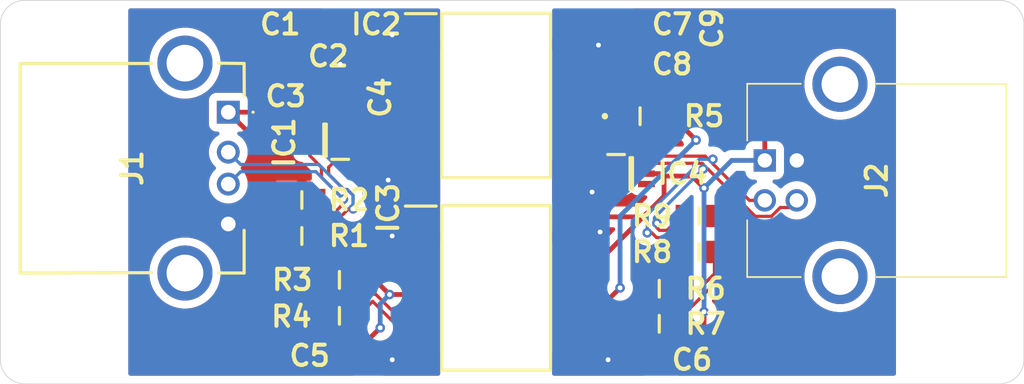
<source format=kicad_pcb>
(kicad_pcb (version 20241229) (generator "pcbnew") (generator_version "9.0")
  (layers (0 "F.Cu" signal) (2 "B.Cu" signal) (13 "F.Paste" user) (15 "B.Paste" user) (5 "F.SilkS" user "F.Silkscreen") (7 "B.SilkS" user "B.Silkscreen") (1 "F.Mask" user) (3 "B.Mask" user) (25 "Edge.Cuts" user))
  (net 0 "")
  (net 1 "+5V")
  (net 2 "GND_A")
  (net 3 "GND_B")
  (net 4 "VISO")
  (net 12 "Net-(IC3-PIN)")
  (net 19 "/USB_+_11")
  (net 20 "/USB_+_13")
  (net 21 "/USB_-_13")
  (net 22 "/USB_-_12")
  (net 23 "/USB_+_12")
  (net 24 "/USB_+_23")
  (net 25 "/USB_-_23")
  (net 26 "/USB_+_21")
  (net 27 "/USB_-_21")
  (net 28 "/USB_-_22")
  (net 29 "/USB_+_22")
  (net 30 "/USB_-_11")
  (footprint "SamacSys_Parts:RESC2012X60N" (layer "F.Cu") (at 140.2 85.25)
    (property "Reference" "R7" (at 2.9 0 0) (layer "F.SilkS") (effects (font (size 1.27 1.27) (thickness 0.254))))
    (property "Value" "RT0805FRE0724RL" (hide yes))
    (fp_line (start 0 -0.525) (end 0 0.525) (stroke (width 0.2)) (layer "F.SilkS"))
    (pad "1" smd rect (at -0.95 0) (size 0.95 1.4) (layers "F.Cu" "F.Mask" "F.Paste") (net 24 "/USB_+_23"))
    (pad "2" smd rect (at 0.95 0) (size 0.95 1.4) (layers "F.Cu" "F.Mask" "F.Paste") (net 29 "/USB_+_22"))
  )
  (footprint "SamacSys_Parts:CAPC2012X145N" (layer "F.Cu") (at 121.17 87.25 180)
    (property "Reference" "C5" (at 2.83 0 0) (layer "F.SilkS") (effects (font (size 1.27 1.27) (thickness 0.254))))
    (property "Value" "GRM21BR71H104KA01L" (hide yes))
    (pad "1" smd rect (at -0.83 0 180) (size 0.97 1.47) (layers "F.Cu" "F.Mask" "F.Paste") (net 1 "+5V"))
    (pad "2" smd rect (at 0.83 0 180) (size 0.97 1.47) (layers "F.Cu" "F.Mask" "F.Paste") (net 2 "GND_A"))
  )
  (footprint "SamacSys_Parts:RESC2012X70N" (layer "F.Cu") (at 142.7 80.75 180)
    (property "Reference" "R8" (at 2.95 0 0) (layer "F.SilkS") (effects (font (size 1.27 1.27) (thickness 0.254))))
    (property "Value" "ERJ-6GEY0R00V" (hide yes))
    (fp_line (start 0 -0.525) (end 0 0.525) (stroke (width 0.2)) (layer "F.SilkS"))
    (pad "1" smd rect (at -0.95 0 180) (size 1.05 1.4) (layers "F.Cu" "F.Mask" "F.Paste") (net 28 "/USB_-_22"))
    (pad "2" smd rect (at 0.95 0 180) (size 1.05 1.4) (layers "F.Cu" "F.Mask" "F.Paste") (net 27 "/USB_-_21"))
  )
  (footprint "SamacSys_Parts:CAPC2012X145N" (layer "F.Cu") (at 138.33 66.5)
    (property "Reference" "C7" (at 2.67 0 0) (layer "F.SilkS") (effects (font (size 1.27 1.27) (thickness 0.254))))
    (property "Value" "GRM21BR71H104KA01L" (hide yes))
    (pad "1" smd rect (at -0.83 0) (size 0.97 1.47) (layers "F.Cu" "F.Mask" "F.Paste") (net 4 "VISO"))
    (pad "2" smd rect (at 0.83 0) (size 0.97 1.47) (layers "F.Cu" "F.Mask" "F.Paste") (net 3 "GND_B"))
  )
  (footprint "SamacSys_Parts:CAPC2012X145N" (layer "F.Cu") (at 138.33 69)
    (property "Reference" "C8" (at 2.67 0 0) (layer "F.SilkS") (effects (font (size 1.27 1.27) (thickness 0.254))))
    (property "Value" "GRM21BR61C106KE15L" (hide yes))
    (pad "1" smd rect (at -0.83 0) (size 0.97 1.47) (layers "F.Cu" "F.Mask" "F.Paste") (net 4 "VISO"))
    (pad "2" smd rect (at 0.83 0) (size 0.97 1.47) (layers "F.Cu" "F.Mask" "F.Paste") (net 3 "GND_B"))
  )
  (footprint "SamacSys_Parts:RESC2012X70N" (layer "F.Cu") (at 117.85 77.5 180)
    (property "Reference" "R2" (at -2.95 0 0) (layer "F.SilkS") (effects (font (size 1.27 1.27) (thickness 0.254))))
    (property "Value" "ERJ-6GEY0R00V" (hide yes))
    (fp_line (start 0 -0.525) (end 0 0.525) (stroke (width 0.2)) (layer "F.SilkS"))
    (pad "1" smd rect (at -0.95 0 180) (size 1.05 1.4) (layers "F.Cu" "F.Mask" "F.Paste") (net 19 "/USB_+_11"))
    (pad "2" smd rect (at 0.95 0 180) (size 1.05 1.4) (layers "F.Cu" "F.Mask" "F.Paste") (net 23 "/USB_+_12"))
  )
  (footprint "SamacSys_Parts:RESC2012X70N" (layer "F.Cu") (at 117.85 79.75 180)
    (property "Reference" "R1" (at -2.95 0 0) (layer "F.SilkS") (effects (font (size 1.27 1.27) (thickness 0.254))))
    (property "Value" "ERJ-6GEY0R00V" (hide yes))
    (fp_line (start 0 -0.525) (end 0 0.525) (stroke (width 0.2)) (layer "F.SilkS"))
    (pad "1" smd rect (at -0.95 0 180) (size 1.05 1.4) (layers "F.Cu" "F.Mask" "F.Paste") (net 30 "/USB_-_11"))
    (pad "2" smd rect (at 0.95 0 180) (size 1.05 1.4) (layers "F.Cu" "F.Mask" "F.Paste") (net 22 "/USB_-_12"))
  )
  (footprint "SamacSys_Parts:SOIC127P1032X265-16N" (layer "F.Cu") (at 130 83)
    (property "Reference" "IC3" (at -6.75 -5 90) (layer "F.SilkS") (effects (font (size 1.27 1.27) (thickness 0.254))))
    (property "Value" "ADUM3160BRWZ" (hide yes))
    (fp_line (start -5.675 -5.12) (end -3.75 -5.12) (stroke (width 0.2)) (layer "F.SilkS"))
    (fp_line (start -3.4 -5.15) (end 3.4 -5.15) (stroke (width 0.2)) (layer "F.SilkS"))
    (fp_line (start -3.4 5.15) (end -3.4 -5.15) (stroke (width 0.2)) (layer "F.SilkS"))
    (fp_line (start 3.4 -5.15) (end 3.4 5.15) (stroke (width 0.2)) (layer "F.SilkS"))
    (fp_line (start 3.4 5.15) (end -3.4 5.15) (stroke (width 0.2)) (layer "F.SilkS"))
    (pad "1" smd rect (at -4.712 -4.445 90) (size 0.65 1.925) (layers "F.Cu" "F.Mask" "F.Paste") (net 1 "+5V"))
    (pad "2" smd rect (at -4.712 -3.175 90) (size 0.65 1.925) (layers "F.Cu" "F.Mask" "F.Paste") (net 2 "GND_A"))
    (pad "3" smd rect (at -4.712 -1.905 90) (size 0.65 1.925) (layers "F.Cu" "F.Mask" "F.Paste") (net 1 "+5V"))
    (pad "4" smd rect (at -4.712 -0.635 90) (size 0.65 1.925) (layers "F.Cu" "F.Mask" "F.Paste") (net 1 "+5V"))
    (pad "5" smd rect (at -4.712 0.635 90) (size 0.65 1.925) (layers "F.Cu" "F.Mask" "F.Paste") (net 1 "+5V"))
    (pad "6" smd rect (at -4.712 1.905 90) (size 0.65 1.925) (layers "F.Cu" "F.Mask" "F.Paste") (net 21 "/USB_-_13"))
    (pad "7" smd rect (at -4.712 3.175 90) (size 0.65 1.925) (layers "F.Cu" "F.Mask" "F.Paste") (net 20 "/USB_+_13"))
    (pad "8" smd rect (at -4.712 4.445 90) (size 0.65 1.925) (layers "F.Cu" "F.Mask" "F.Paste") (net 2 "GND_A"))
    (pad "9" smd rect (at 4.712 4.445 90) (size 0.65 1.925) (layers "F.Cu" "F.Mask" "F.Paste") (net 3 "GND_B"))
    (pad "10" smd rect (at 4.712 3.175 90) (size 0.65 1.925) (layers "F.Cu" "F.Mask" "F.Paste") (net 24 "/USB_+_23"))
    (pad "11" smd rect (at 4.712 1.905 90) (size 0.65 1.925) (layers "F.Cu" "F.Mask" "F.Paste") (net 25 "/USB_-_23"))
    (pad "12" smd rect (at 4.712 0.635 90) (size 0.65 1.925) (layers "F.Cu" "F.Mask" "F.Paste") (net 12 "Net-(IC3-PIN)"))
    (pad "13" smd rect (at 4.712 -0.635 90) (size 0.65 1.925) (layers "F.Cu" "F.Mask" "F.Paste") (net 4 "VISO"))
    (pad "14" smd rect (at 4.712 -1.905 90) (size 0.65 1.925) (layers "F.Cu" "F.Mask" "F.Paste") (net 4 "VISO"))
    (pad "15" smd rect (at 4.712 -3.175 90) (size 0.65 1.925) (layers "F.Cu" "F.Mask" "F.Paste") (net 3 "GND_B"))
    (pad "16" smd rect (at 4.712 -4.445 90) (size 0.65 1.925) (layers "F.Cu" "F.Mask" "F.Paste") (net 4 "VISO"))
  )
  (footprint "SamacSys_Parts:SOT65P210X110-6N" (layer "F.Cu") (at 119.3 73.75 180)
    (property "Reference" "IC1" (at 2.55 -0.15 90) (layer "F.SilkS") (effects (font (size 1.27 1.27) (thickness 0.254))))
    (property "Value" "NUP2202W1T2G" (hide yes))
    (fp_line (start 0.075 1) (end -0.075 1) (stroke (width 0.2)) (layer "F.SilkS"))
    (fp_line (start 0.075 -1) (end 0.075 1) (stroke (width 0.2)) (layer "F.SilkS"))
    (fp_line (start -0.075 1) (end -0.075 -1) (stroke (width 0.2)) (layer "F.SilkS"))
    (fp_line (start -0.075 -1) (end 0.075 -1) (stroke (width 0.2)) (layer "F.SilkS"))
    (fp_line (start -1.475 -1.2) (end -0.425 -1.2) (stroke (width 0.2)) (layer "F.SilkS"))
    (pad "1" smd rect (at -0.95 -0.65 270) (size 0.4 1.05) (layers "F.Cu" "F.Mask" "F.Paste") (net 30 "/USB_-_11"))
    (pad "2" smd rect (at -0.95 0 270) (size 0.4 1.05) (layers "F.Cu" "F.Mask" "F.Paste") (net 2 "GND_A"))
    (pad "3" smd rect (at -0.95 0.65 270) (size 0.4 1.05) (layers "F.Cu" "F.Mask" "F.Paste"))
    (pad "4" smd rect (at 0.95 0.65 270) (size 0.4 1.05) (layers "F.Cu" "F.Mask" "F.Paste"))
    (pad "5" smd rect (at 0.95 0 270) (size 0.4 1.05) (layers "F.Cu" "F.Mask" "F.Paste") (net 1 "+5V"))
    (pad "6" smd rect (at 0.95 -0.65 270) (size 0.4 1.05) (layers "F.Cu" "F.Mask" "F.Paste") (net 19 "/USB_+_11"))
  )
  (footprint "SamacSys_Parts:RESC2012X70N" (layer "F.Cu") (at 142.7 78.5 180)
    (property "Reference" "R9" (at 2.95 0 0) (layer "F.SilkS") (effects (font (size 1.27 1.27) (thickness 0.254))))
    (property "Value" "ERJ-6GEY0R00V" (hide yes))
    (fp_line (start 0 -0.525) (end 0 0.525) (stroke (width 0.2)) (layer "F.SilkS"))
    (pad "1" smd rect (at -0.95 0 180) (size 1.05 1.4) (layers "F.Cu" "F.Mask" "F.Paste") (net 29 "/USB_+_22"))
    (pad "2" smd rect (at 0.95 0 180) (size 1.05 1.4) (layers "F.Cu" "F.Mask" "F.Paste") (net 26 "/USB_+_21"))
  )
  (footprint "SamacSys_Parts:RESC2012X60N" (layer "F.Cu") (at 120.2 84.75)
    (property "Reference" "R4" (at -3 0.05 0) (layer "F.SilkS") (effects (font (size 1.27 1.27) (thickness 0.254))))
    (property "Value" "RT0805FRE0724RL" (hide yes))
    (fp_line (start 0 -0.525) (end 0 0.525) (stroke (width 0.2)) (layer "F.SilkS"))
    (pad "1" smd rect (at -0.95 0) (size 0.95 1.4) (layers "F.Cu" "F.Mask" "F.Paste") (net 23 "/USB_+_12"))
    (pad "2" smd rect (at 0.95 0) (size 0.95 1.4) (layers "F.Cu" "F.Mask" "F.Paste") (net 20 "/USB_+_13"))
  )
  (footprint "SamacSys_Parts:CAPC2012X145N" (layer "F.Cu") (at 122.75 74.08 -90)
    (property "Reference" "C4" (at -3 0 90) (layer "F.SilkS") (effects (font (size 1.27 1.27) (thickness 0.254))))
    (property "Value" "GRM21BR71H104KA01L" (hide yes))
    (pad "1" smd rect (at -0.83 0 270) (size 0.97 1.47) (layers "F.Cu" "F.Mask" "F.Paste") (net 1 "+5V"))
    (pad "2" smd rect (at 0.83 0 270) (size 0.97 1.47) (layers "F.Cu" "F.Mask" "F.Paste") (net 2 "GND_A"))
  )
  (footprint "SamacSys_Parts:CAPC2012X145N" (layer "F.Cu") (at 119.33 66.5 180)
    (property "Reference" "C1" (at 2.83 0 180) (layer "F.SilkS") (effects (font (size 1.27 1.27) (thickness 0.254))))
    (property "Value" "GRM21BR61C106KE15L" (hide yes))
    (pad "1" smd rect (at -0.83 0 180) (size 0.97 1.47) (layers "F.Cu" "F.Mask" "F.Paste") (net 1 "+5V"))
    (pad "2" smd rect (at 0.83 0 180) (size 0.97 1.47) (layers "F.Cu" "F.Mask" "F.Paste") (net 2 "GND_A"))
  )
  (footprint "SamacSys_Parts:USBBSFBTHR" (layer "F.Cu") (at 146.8 75.02 90)
    (property "Reference" "J2" (at -1.25 7 90) (layer "F.SilkS") (effects (font (size 1.27 1.27) (thickness 0.254))))
    (property "Value" "USB-B-S-F-B-TH-R" (hide yes))
    (fp_line (start 4.8 -1.1) (end 4.8 -1.1) (stroke (width 0.1)) (layer "F.SilkS"))
    (fp_line (start 4.8 -1.1) (end 4.8 -1.1) (stroke (width 0.1)) (layer "F.SilkS"))
    (fp_line (start 4.8 -1.1) (end 1.25 -1.1) (stroke (width 0.1)) (layer "F.SilkS"))
    (fp_line (start 4.8 -1.1) (end 4.8 2.25) (stroke (width 0.1)) (layer "F.SilkS"))
    (fp_line (start 1.25 -1.1) (end 4.8 -1.1) (stroke (width 0.1)) (layer "F.SilkS"))
    (fp_line (start 1.25 -1.1) (end 1.25 -1.1) (stroke (width 0.1)) (layer "F.SilkS"))
    (fp_line (start -3.75 -1.1) (end -3.75 -1.1) (stroke (width 0.1)) (layer "F.SilkS"))
    (fp_line (start -3.75 -1.1) (end -7.3 -1.1) (stroke (width 0.1)) (layer "F.SilkS"))
    (fp_line (start -7.3 -1.1) (end -3.75 -1.1) (stroke (width 0.1)) (layer "F.SilkS"))
    (fp_line (start -7.3 -1.1) (end -7.3 -1.1) (stroke (width 0.1)) (layer "F.SilkS"))
    (fp_line (start -7.3 -1.1) (end -7.3 -1.1) (stroke (width 0.1)) (layer "F.SilkS"))
    (fp_line (start -7.3 -1.1) (end -7.3 2.25) (stroke (width 0.1)) (layer "F.SilkS"))
    (fp_line (start 4.8 2.25) (end 4.8 -1.1) (stroke (width 0.1)) (layer "F.SilkS"))
    (fp_line (start 4.8 2.25) (end 4.8 2.25) (stroke (width 0.1)) (layer "F.SilkS"))
    (fp_line (start -7.3 2.25) (end -7.3 -1.1) (stroke (width 0.1)) (layer "F.SilkS"))
    (fp_line (start -7.3 2.25) (end -7.3 2.25) (stroke (width 0.1)) (layer "F.SilkS"))
    (fp_line (start 4.8 7) (end 4.8 7) (stroke (width 0.1)) (layer "F.SilkS"))
    (fp_line (start 4.8 7) (end 4.8 15.1) (stroke (width 0.1)) (layer "F.SilkS"))
    (fp_line (start -7.3 7) (end -7.3 7) (stroke (width 0.1)) (layer "F.SilkS"))
    (fp_line (start -7.3 7) (end -7.3 15.1) (stroke (width 0.1)) (layer "F.SilkS"))
    (fp_line (start 4.8 15.1) (end 4.8 7) (stroke (width 0.1)) (layer "F.SilkS"))
    (fp_line (start 4.8 15.1) (end 4.8 15.1) (stroke (width 0.1)) (layer "F.SilkS"))
    (fp_line (start 4.8 15.1) (end 4.8 15.1) (stroke (width 0.1)) (layer "F.SilkS"))
    (fp_line (start 4.8 15.1) (end -7.3 15.1) (stroke (width 0.1)) (layer "F.SilkS"))
    (fp_line (start -7.3 15.1) (end -7.3 7) (stroke (width 0.1)) (layer "F.SilkS"))
    (fp_line (start -7.3 15.1) (end 4.8 15.1) (stroke (width 0.1)) (layer "F.SilkS"))
    (fp_line (start -7.3 15.1) (end -7.3 15.1) (stroke (width 0.1)) (layer "F.SilkS"))
    (fp_line (start -7.3 15.1) (end -7.3 15.1) (stroke (width 0.1)) (layer "F.SilkS"))
    (pad "1" thru_hole rect (at 0 0 90) (size 1.4 1.4) (drill 0.9) (layers "*.Cu" "*.Mask") (net 4 "VISO"))
    (pad "2" thru_hole circle (at -2.5 0 90) (size 1.4 1.4) (drill 0.9) (layers "*.Cu" "*.Mask") (net 27 "/USB_-_21"))
    (pad "3" thru_hole circle (at -2.5 2 90) (size 1.4 1.4) (drill 0.9) (layers "*.Cu" "*.Mask") (net 26 "/USB_+_21"))
    (pad "4" thru_hole circle (at 0 2 90) (size 1.4 1.4) (drill 0.9) (layers "*.Cu" "*.Mask") (net 3 "GND_B"))
    (pad "MH1" thru_hole circle (at 4.77 4.7 90) (size 3.45 3.45) (drill 2.3) (layers "*.Cu" "*.Mask"))
    (pad "MH2" thru_hole circle (at -7.27 4.7 90) (size 3.45 3.45) (drill 2.3) (layers "*.Cu" "*.Mask"))
  )
  (footprint "SamacSys_Parts:875200010BLF" (layer "F.Cu") (at 113.25 72 -90)
    (property "Reference" "J1" (at 3.5 6.005 90) (layer "F.SilkS") (effects (font (size 1.27 1.27) (thickness 0.254))))
    (property "Value" "87520-0010BLF" (hide yes))
    (fp_line (start -3.05 13.01) (end -3.05 4.8) (stroke (width 0.2)) (layer "F.SilkS"))
    (fp_line (start 10.07 13.01) (end -3.05 13.01) (stroke (width 0.2)) (layer "F.SilkS"))
    (fp_line (start 10.05 4.8) (end 10.07 13.01) (stroke (width 0.2)) (layer "F.SilkS"))
    (fp_line (start -3.07 0.6) (end -3.05 -0.99) (stroke (width 0.2)) (layer "F.SilkS"))
    (fp_line (start -3.05 -0.99) (end -1 -1) (stroke (width 0.2)) (layer "F.SilkS"))
    (fp_line (start 7.4 -0.99) (end 10.07 -0.99) (stroke (width 0.2)) (layer "F.SilkS"))
    (fp_line (start 10.07 -0.99) (end 10.07 0.6) (stroke (width 0.2)) (layer "F.SilkS"))
    (fp_line (start 0 -1.5) (end 0 -1.5) (stroke (width 0.1)) (layer "F.SilkS"))
    (fp_line (start 0 -1.6) (end 0 -1.6) (stroke (width 0.1)) (layer "F.SilkS"))
    (fp_arc (start 0 -1.5) (mid -0.05 -1.55) (end 0 -1.6) (stroke (width 0.1)) (layer "F.SilkS"))
    (fp_arc (start 0 -1.6) (mid 0.05 -1.55) (end 0 -1.5) (stroke (width 0.1)) (layer "F.SilkS"))
    (pad "1" thru_hole rect (at 0 0 270) (size 1.431 1.431) (drill 0.92) (layers "*.Cu" "*.Mask") (net 1 "+5V"))
    (pad "2" thru_hole circle (at 2.5 0 270) (size 1.431 1.431) (drill 0.92) (layers "*.Cu" "*.Mask") (net 30 "/USB_-_11"))
    (pad "3" thru_hole circle (at 4.5 0 270) (size 1.431 1.431) (drill 0.92) (layers "*.Cu" "*.Mask") (net 19 "/USB_+_11"))
    (pad "4" thru_hole circle (at 7 0 270) (size 1.431 1.431) (drill 0.92) (layers "*.Cu" "*.Mask") (net 2 "GND_A"))
    (pad "MH1" thru_hole circle (at -3.07 2.71 270) (size 3.45 3.45) (drill 2.3) (layers "*.Cu" "*.Mask"))
    (pad "MH2" thru_hole circle (at 10.07 2.71 270) (size 3.45 3.45) (drill 2.3) (layers "*.Cu" "*.Mask"))
  )
  (footprint "SamacSys_Parts:CAPC2012X145N" (layer "F.Cu") (at 139.5 87.5 180)
    (property "Reference" "C6" (at -2.75 0 0) (layer "F.SilkS") (effects (font (size 1.27 1.27) (thickness 0.254))))
    (property "Value" "GRM21BR71H104KA01L" (hide yes))
    (pad "1" smd rect (at -0.83 0 180) (size 0.97 1.47) (layers "F.Cu" "F.Mask" "F.Paste") (net 4 "VISO"))
    (pad "2" smd rect (at 0.83 0 180) (size 0.97 1.47) (layers "F.Cu" "F.Mask" "F.Paste") (net 3 "GND_B"))
  )
  (footprint "SamacSys_Parts:CAPC2012X145N" (layer "F.Cu") (at 119.67 71 180)
    (property "Reference" "C3" (at 2.83 0 0) (layer "F.SilkS") (effects (font (size 1.27 1.27) (thickness 0.254))))
    (property "Value" "GRM21BR71H104KA01L" (hide yes))
    (pad "1" smd rect (at -0.83 0 180) (size 0.97 1.47) (layers "F.Cu" "F.Mask" "F.Paste") (net 1 "+5V"))
    (pad "2" smd rect (at 0.83 0 180) (size 0.97 1.47) (layers "F.Cu" "F.Mask" "F.Paste") (net 2 "GND_A"))
  )
  (footprint "SamacSys_Parts:SOIC127P1032X265-16N" (layer "F.Cu") (at 130 70.95)
    (property "Reference" "IC2" (at -7.5 -4.45 0) (layer "F.SilkS") (effects (font (size 1.27 1.27) (thickness 0.254))))
    (property "Value" "ADUM5000ARWZ" (hide yes))
    (fp_line (start -5.675 -5.12) (end -3.75 -5.12) (stroke (width 0.2)) (layer "F.SilkS"))
    (fp_line (start -3.4 -5.15) (end 3.4 -5.15) (stroke (width 0.2)) (layer "F.SilkS"))
    (fp_line (start -3.4 5.15) (end -3.4 -5.15) (stroke (width 0.2)) (layer "F.SilkS"))
    (fp_line (start 3.4 -5.15) (end 3.4 5.15) (stroke (width 0.2)) (layer "F.SilkS"))
    (fp_line (start 3.4 5.15) (end -3.4 5.15) (stroke (width 0.2)) (layer "F.SilkS"))
    (pad "1" smd rect (at -4.712 -4.445 90) (size 0.65 1.925) (layers "F.Cu" "F.Mask" "F.Paste") (net 1 "+5V"))
    (pad "2" smd rect (at -4.712 -3.175 90) (size 0.65 1.925) (layers "F.Cu" "F.Mask" "F.Paste") (net 2 "GND_A"))
    (pad "3" smd rect (at -4.712 -1.905 90) (size 0.65 1.925) (layers "F.Cu" "F.Mask" "F.Paste"))
    (pad "4" smd rect (at -4.712 -0.635 90) (size 0.65 1.925) (layers "F.Cu" "F.Mask" "F.Paste"))
    (pad "5" smd rect (at -4.712 0.635 90) (size 0.65 1.925) (layers "F.Cu" "F.Mask" "F.Paste"))
    (pad "6" smd rect (at -4.712 1.905 90) (size 0.65 1.925) (layers "F.Cu" "F.Mask" "F.Paste") (net 1 "+5V"))
    (pad "7" smd rect (at -4.712 3.175 90) (size 0.65 1.925) (layers "F.Cu" "F.Mask" "F.Paste") (net 1 "+5V"))
    (pad "8" smd rect (at -4.712 4.445 90) (size 0.65 1.925) (layers "F.Cu" "F.Mask" "F.Paste") (net 2 "GND_A"))
    (pad "9" smd rect (at 4.712 4.445 90) (size 0.65 1.925) (layers "F.Cu" "F.Mask" "F.Paste") (net 3 "GND_B"))
    (pad "10" smd rect (at 4.712 3.175 90) (size 0.65 1.925) (layers "F.Cu" "F.Mask" "F.Paste") (net 4 "VISO"))
    (pad "11" smd rect (at 4.712 1.905 90) (size 0.65 1.925) (layers "F.Cu" "F.Mask" "F.Paste") (net 4 "VISO"))
    (pad "12" smd rect (at 4.712 0.635 90) (size 0.65 1.925) (layers "F.Cu" "F.Mask" "F.Paste"))
    (pad "13" smd rect (at 4.712 -0.635 90) (size 0.65 1.925) (layers "F.Cu" "F.Mask" "F.Paste") (net 4 "VISO"))
    (pad "14" smd rect (at 4.712 -1.905 90) (size 0.65 1.925) (layers "F.Cu" "F.Mask" "F.Paste"))
    (pad "15" smd rect (at 4.712 -3.175 90) (size 0.65 1.925) (layers "F.Cu" "F.Mask" "F.Paste") (net 3 "GND_B"))
    (pad "16" smd rect (at 4.712 -4.445 90) (size 0.65 1.925) (layers "F.Cu" "F.Mask" "F.Paste") (net 4 "VISO"))
  )
  (footprint "SamacSys_Parts:CAPC2012X145N" (layer "F.Cu") (at 143.5 69.42 90)
    (property "Reference" "C9" (at 2.67 0 90) (layer "F.SilkS") (effects (font (size 1.27 1.27) (thickness 0.254))))
    (property "Value" "GRM21BR71H104KA01L" (hide yes))
    (pad "1" smd rect (at -0.83 0 90) (size 0.97 1.47) (layers "F.Cu" "F.Mask" "F.Paste") (net 4 "VISO"))
    (pad "2" smd rect (at 0.83 0 90) (size 0.97 1.47) (layers "F.Cu" "F.Mask" "F.Paste") (net 3 "GND_B"))
  )
  (footprint "SamacSys_Parts:ERJ6ENF1000V" (layer "F.Cu") (at 139 72.25)
    (property "Reference" "R5" (at 4 0 0) (layer "F.SilkS") (effects (font (size 1.27 1.27) (thickness 0.254))))
    (property "Value" "ERJ-6ENF1002V" (hide yes))
    (fp_line (start -2.2 -0.1) (end -2.2 -0.1) (stroke (width 0.2)) (layer "F.SilkS"))
    (fp_line (start -2.2 0.1) (end -2.2 0.1) (stroke (width 0.2)) (layer "F.SilkS"))
    (fp_line (start 0 -0.525) (end 0 0.525) (stroke (width 0.2)) (layer "F.SilkS"))
    (fp_arc (start -2.2 -0.1) (mid -2.1 0) (end -2.2 0.1) (stroke (width 0.2)) (layer "F.SilkS"))
    (fp_arc (start -2.2 0.1) (mid -2.3 0) (end -2.2 -0.1) (stroke (width 0.2)) (layer "F.SilkS"))
    (pad "1" smd rect (at -1.175 0) (size 1.15 1.15) (layers "F.Cu" "F.Mask" "F.Paste") (net 4 "VISO"))
    (pad "2" smd rect (at 1.175 0) (size 1.15 1.15) (layers "F.Cu" "F.Mask" "F.Paste") (net 12 "Net-(IC3-PIN)"))
  )
  (footprint "SamacSys_Parts:RESC2012X60N" (layer "F.Cu") (at 140.2 83.05)
    (property "Reference" "R6" (at 2.9 0 0) (layer "F.SilkS") (effects (font (size 1.27 1.27) (thickness 0.254))))
    (property "Value" "RT0805FRE0724RL" (hide yes))
    (fp_line (start 0 -0.525) (end 0 0.525) (stroke (width 0.2)) (layer "F.SilkS"))
    (pad "1" smd rect (at -0.95 0) (size 0.95 1.4) (layers "F.Cu" "F.Mask" "F.Paste") (net 25 "/USB_-_23"))
    (pad "2" smd rect (at 0.95 0) (size 0.95 1.4) (layers "F.Cu" "F.Mask" "F.Paste") (net 28 "/USB_-_22"))
  )
  (footprint "SamacSys_Parts:RESC2012X60N" (layer "F.Cu") (at 120.2 82.5)
    (property "Reference" "R3" (at -2.95 0 0) (layer "F.SilkS") (effects (font (size 1.27 1.27) (thickness 0.254))))
    (property "Value" "RT0805FRE0724RL" (hide yes))
    (fp_line (start 0 -0.525) (end 0 0.525) (stroke (width 0.2)) (layer "F.SilkS"))
    (pad "1" smd rect (at -0.95 0) (size 0.95 1.4) (layers "F.Cu" "F.Mask" "F.Paste") (net 22 "/USB_-_12"))
    (pad "2" smd rect (at 0.95 0) (size 0.95 1.4) (layers "F.Cu" "F.Mask" "F.Paste") (net 21 "/USB_-_13"))
  )
  (footprint "SamacSys_Parts:SOT65P210X110-6N" (layer "F.Cu") (at 138.45 75.85)
    (property "Reference" "IC4" (at 3.2 0 0) (layer "F.SilkS") (effects (font (size 1.27 1.27) (thickness 0.254))))
    (property "Value" "NUP2202W1T2G" (hide yes))
    (fp_line (start -1.475 -1.2) (end -0.425 -1.2) (stroke (width 0.2)) (layer "F.SilkS"))
    (fp_line (start -0.075 -1) (end 0.075 -1) (stroke (width 0.2)) (layer "F.SilkS"))
    (fp_line (start -0.075 1) (end -0.075 -1) (stroke (width 0.2)) (layer "F.SilkS"))
    (fp_line (start 0.075 -1) (end 0.075 1) (stroke (width 0.2)) (layer "F.SilkS"))
    (fp_line (start 0.075 1) (end -0.075 1) (stroke (width 0.2)) (layer "F.SilkS"))
    (pad "1" smd rect (at -0.95 -0.65 90) (size 0.4 1.05) (layers "F.Cu" "F.Mask" "F.Paste") (net 27 "/USB_-_21"))
    (pad "2" smd rect (at -0.95 0 90) (size 0.4 1.05) (layers "F.Cu" "F.Mask" "F.Paste") (net 3 "GND_B"))
    (pad "3" smd rect (at -0.95 0.65 90) (size 0.4 1.05) (layers "F.Cu" "F.Mask" "F.Paste"))
    (pad "4" smd rect (at 0.95 0.65 90) (size 0.4 1.05) (layers "F.Cu" "F.Mask" "F.Paste"))
    (pad "5" smd rect (at 0.95 0 90) (size 0.4 1.05) (layers "F.Cu" "F.Mask" "F.Paste") (net 4 "VISO"))
    (pad "6" smd rect (at 0.95 -0.65 90) (size 0.4 1.05) (layers "F.Cu" "F.Mask" "F.Paste") (net 26 "/USB_+_21"))
  )
  (footprint "SamacSys_Parts:CAPC2012X145N" (layer "F.Cu") (at 122.33 68.5 180)
    (property "Reference" "C2" (at 2.83 0 180) (layer "F.SilkS") (effects (font (size 1.27 1.27) (thickness 0.254))))
    (property "Value" "GRM21BR71H104KA01L" (hide yes))
    (pad "1" smd rect (at -0.83 0 180) (size 0.97 1.47) (layers "F.Cu" "F.Mask" "F.Paste") (net 1 "+5V"))
    (pad "2" smd rect (at 0.83 0 180) (size 0.97 1.47) (layers "F.Cu" "F.Mask" "F.Paste") (net 2 "GND_A"))
  )
  (gr_arc (start 99 66.5) (mid 99.43934 65.43934) (end 100.5 65) (stroke (width 0.05)) (layer "Edge.Cuts"))
  (gr_arc (start 163 87.5) (mid 162.56066 88.56066) (end 161.5 89) (stroke (width 0.05)) (layer "Edge.Cuts"))
  (gr_line (start 100.5 65) (end 161.5 65) (stroke (width 0.05)) (layer "Edge.Cuts"))
  (gr_line (start 99 87.5) (end 99 66.5) (stroke (width 0.05)) (layer "Edge.Cuts"))
  (gr_line (start 161.5 89) (end 100.5 89) (stroke (width 0.05)) (layer "Edge.Cuts"))
  (gr_arc (start 161.5 65) (mid 162.56066 65.43934) (end 163 66.5) (stroke (width 0.05)) (layer "Edge.Cuts"))
  (gr_line (start 163 66.5) (end 163 87.5) (stroke (width 0.05)) (layer "Edge.Cuts"))
  (gr_arc (start 100.5 89) (mid 99.43934 88.56066) (end 99 87.5) (stroke (width 0.05)) (layer "Edge.Cuts"))
  (segment (start 122.75 73.25) (end 124.893 73.25) (width 0.3) (layer "F.Cu") (net 1))
  (segment (start 125.288 66.505) (end 121.005 66.505) (width 0.3) (layer "F.Cu") (net 1))
  (segment (start 123.16 68.25) (end 121.41 66.5) (width 0.3) (layer "F.Cu") (net 1))
  (segment (start 122.75 73.25) (end 120.5 71) (width 0.3) (layer "F.Cu") (net 1))
  (segment (start 123.16 69.125) (end 123.16 68.5) (width 0.3) (layer "F.Cu") (net 1))
  (segment (start 125.288 82.365) (end 125.288 81.095) (width 0.3) (layer "F.Cu") (net 1))
  (segment (start 121 66.5) (end 120.16 66.5) (width 0.3) (layer "F.Cu") (net 1))
  (segment (start 121.41 66.5) (end 121 66.5) (width 0.3) (layer "F.Cu") (net 1))
  (segment (start 123.333364 83.416636) (end 125.069636 83.416636) (width 0.3) (layer "F.Cu") (net 1))
  (segment (start 118.35 73.75) (end 115 73.75) (width 0.3) (layer "F.Cu") (net 1))
  (segment (start 122.5 73.25) (end 122.75 73.25) (width 0.3) (layer "F.Cu") (net 1))
  (segment (start 125.288 78.555) (end 124.055 78.555) (width 0.3) (layer "F.Cu") (net 1))
  (segment (start 122.75 77.25) (end 121.5 76) (width 0.3) (layer "F.Cu") (net 1))
  (segment (start 122.75 82.833272) (end 122.75 77.25) (width 0.3) (layer "F.Cu") (net 1))
  (segment (start 115 73.75) (end 113.25 72) (width 0.3) (layer "F.Cu") (net 1))
  (segment (start 125.288 83.635) (end 125.288 82.365) (width 0.3) (layer "F.Cu") (net 1))
  (segment (start 121.5 76) (end 121.5 74.25) (width 0.3) (layer "F.Cu") (net 1))
  (segment (start 121.285 71) (end 123.16 69.125) (width 0.3) (layer "F.Cu") (net 1))
  (segment (start 121.005 66.505) (end 121 66.5) (width 0.3) (layer "F.Cu") (net 1))
  (segment (start 122 86.25) (end 122.75 85.5) (width 0.3) (layer "F.Cu") (net 1))
  (segment (start 120.5 71) (end 121.285 71) (width 0.3) (layer "F.Cu") (net 1))
  (segment (start 125.288 74.125) (end 125.288 72.855) (width 0.3) (layer "F.Cu") (net 1))
  (segment (start 122 87.25) (end 122 86.25) (width 0.3) (layer "F.Cu") (net 1))
  (segment (start 124.055 78.555) (end 122.75 77.25) (width 0.3) (layer "F.Cu") (net 1))
  (segment (start 123.333364 83.416636) (end 122.75 82.833272) (width 0.3) (layer "F.Cu") (net 1))
  (segment (start 120.16 67.535) (end 120.16 66.5) (width 0.3) (layer "F.Cu") (net 1))
  (segment (start 124.893 73.25) (end 125.288 72.855) (width 0.3) (layer "F.Cu") (net 1))
  (segment (start 121.5 74.25) (end 122.5 73.25) (width 0.3) (layer "F.Cu") (net 1))
  (segment (start 123.16 68.5) (end 123.16 68.25) (width 0.3) (layer "F.Cu") (net 1))
  (segment (start 125.069636 83.416636) (end 125.288 83.635) (width 0.3) (layer "F.Cu") (net 1))
  (segment (start 115.695 72) (end 120.16 67.535) (width 0.3) (layer "F.Cu") (net 1))
  (segment (start 113.25 72) (end 115.695 72) (width 0.3) (layer "F.Cu") (net 1))
  (via (at 123.333364 83.416636) (size 0.6) (drill 0.3) (layers "F.Cu" "B.Cu") (net 1))
  (via (at 122.75 85.5) (size 0.6) (drill 0.3) (layers "F.Cu" "B.Cu") (net 1))
  (segment (start 122.75 85.5) (end 122.75 84) (width 0.3) (layer "B.Cu") (net 1))
  (segment (start 122.75 84) (end 123.333364 83.416636) (width 0.3) (layer "B.Cu") (net 1))
  (segment (start 119.473 73.75) (end 119.226 73.503) (width 0.3) (layer "F.Cu") (net 2))
  (segment (start 122.75 75.75) (end 123.25 76.25) (width 0.3) (layer "F.Cu") (net 2))
  (segment (start 123.575 79.825) (end 123.5 79.75) (width 0.3) (layer "F.Cu") (net 2))
  (segment (start 123.555 87.445) (end 123.5 87.5) (width 0.3) (layer "F.Cu") (net 2))
  (segment (start 122.75 74.91) (end 122.75 75.75) (width 0.3) (layer "F.Cu") (net 2))
  (segment (start 124.927 67.414) (end 124.25 67.414) (width 0.3) (layer "F.Cu") (net 2))
  (segment (start 121.5 68.5) (end 120.75 68.5) (width 0.3) (layer "F.Cu") (net 2))
  (segment (start 125.288 67.775) (end 124.927 67.414) (width 0.3) (layer "F.Cu") (net 2))
  (segment (start 120.25 73.75) (end 119.473 73.75) (width 0.3) (layer "F.Cu") (net 2))
  (segment (start 119.226 73.503) (end 119.226 71.386) (width 0.3) (layer "F.Cu") (net 2))
  (segment (start 120.75 68.5) (end 120.25 69) (width 0.3) (layer "F.Cu") (net 2))
  (segment (start 123.991 67.155) (end 123.5 67.155) (width 0.3) (layer "F.Cu") (net 2))
  (segment (start 124.25 67.414) (end 123.991 67.155) (width 0.3) (layer "F.Cu") (net 2))
  (segment (start 125.288 87.445) (end 123.555 87.445) (width 0.3) (layer "F.Cu") (net 2))
  (segment (start 125.288 79.825) (end 123.575 79.825) (width 0.3) (layer "F.Cu") (net 2))
  (segment (start 119.226 71.386) (end 118.84 71) (width 0.3) (layer "F.Cu") (net 2))
  (via (at 123.5 67.155) (size 0.6) (drill 0.3) (layers "F.Cu" "B.Cu") (net 2))
  (via (at 123.5 79.75) (size 0.6) (drill 0.3) (layers "F.Cu" "B.Cu") (net 2))
  (via (at 123.25 76.25) (size 0.6) (drill 0.3) (layers "F.Cu" "B.Cu") (net 2))
  (via (at 120.25 69) (size 0.6) (drill 0.3) (layers "F.Cu" "B.Cu") (net 2))
  (via (at 123.5 87.5) (size 0.6) (drill 0.3) (layers "F.Cu" "B.Cu") (net 2))
  (segment (start 137.5 75.85) (end 136.65 75.85) (width 0.3) (layer "F.Cu") (net 3))
  (segment (start 134.712 79.825) (end 136.175 79.825) (width 0.3) (layer "F.Cu") (net 3))
  (segment (start 136.65 75.85) (end 136 76.5) (width 0.3) (layer "F.Cu") (net 3))
  (segment (start 136.175 79.825) (end 136.5 79.5) (width 0.3) (layer "F.Cu") (net 3))
  (segment (start 138.67 87.5) (end 137 87.5) (width 0.3) (layer "F.Cu") (net 3))
  (segment (start 134.712 67.775) (end 136.375 67.775) (width 0.3) (layer "F.Cu") (net 3))
  (segment (start 136 76.5) (end 136 77) (width 0.3) (layer "F.Cu") (net 3))
  (segment (start 136.375 67.775) (end 136.4 67.8) (width 0.3) (layer "F.Cu") (net 3))
  (via (at 137 87.5) (size 0.6) (drill 0.3) (layers "F.Cu" "B.Cu") (net 3))
  (via (at 136.5 79.5) (size 0.6) (drill 0.3) (layers "F.Cu" "B.Cu") (net 3))
  (via (at 136.4 67.8) (size 0.6) (drill 0.3) (layers "F.Cu" "B.Cu") (net 3))
  (via (at 136 77) (size 0.6) (drill 0.3) (layers "F.Cu" "B.Cu") (net 3))
  (segment (start 137.22 72.855) (end 137.825 72.25) (width 0.3) (layer "F.Cu") (net 4))
  (segment (start 143 85.615) (end 143 84.5) (width 0.3) (layer "F.Cu") (net 4))
  (segment (start 137.825 69.325) (end 137.5 69) (width 0.3) (layer "F.Cu") (net 4))
  (segment (start 137.5 66.5) (end 134.717 66.5) (width 0.3) (layer "F.Cu") (net 4))
  (segment (start 136.185 70.315) (end 137.5 69) (width 0.3) (layer "F.Cu") (net 4))
  (segment (start 139.195 78.555) (end 139.375 78.375) (width 0.3) (layer "F.Cu") (net 4))
  (segment (start 140.5 76) (end 142.25 76) (width 0.3) (layer "F.Cu") (net 4))
  (segment (start 134.712 72.855) (end 137.22 72.855) (width 0.3) (layer "F.Cu") (net 4))
  (segment (start 137.5 69) (end 137.5 66.5) (width 0.3) (layer "F.Cu") (net 4))
  (segment (start 134.712 78.555) (end 139.195 78.555) (width 0.3) (layer "F.Cu") (net 4))
  (segment (start 139.375 78.375) (end 140.5 77.25) (width 0.3) (layer "F.Cu") (net 4))
  (segment (start 140.33 87.5) (end 141.115 87.5) (width 0.3) (layer "F.Cu") (net 4))
  (segment (start 134.712 70.315) (end 136.185 70.315) (width 0.3) (layer "F.Cu") (net 4))
  (segment (start 140.5 77.25) (end 140.5 76) (width 0.3) (layer "F.Cu") (net 4))
  (segment (start 136.655 81.095) (end 139.375 78.375) (width 0.3) (layer "F.Cu") (net 4))
  (segment (start 143 70.75) (end 139.325 70.75) (width 0.3) (layer "F.Cu") (net 4))
  (segment (start 140.35 75.85) (end 139.4 75.85) (width 0.3) (layer "F.Cu") (net 4))
  (segment (start 134.712 82.365) (end 134.712 81.095) (width 0.3) (layer "F.Cu") (net 4))
  (segment (start 146.8 75.02) (end 146.8 73.55) (width 0.3) (layer "F.Cu") (net 4))
  (segment (start 139.325 70.75) (end 137.825 72.25) (width 0.3) (layer "F.Cu") (net 4))
  (segment (start 143.5 70.25) (end 143 70.75) (width 0.3) (layer "F.Cu") (net 4))
  (segment (start 134.712 81.095) (end 136.655 81.095) (width 0.3) (layer "F.Cu") (net 4))
  (segment (start 146.8 73.55) (end 143.5 70.25) (width 0.3) (layer "F.Cu") (net 4))
  (segment (start 142.25 76) (end 143 76.75) (width 0.3) (layer "F.Cu") (net 4))
  (segment (start 141.115 87.5) (end 143 85.615) (width 0.3) (layer "F.Cu") (net 4))
  (segment (start 134.717 66.5) (end 134.712 66.505) (width 0.3) (layer "F.Cu") (net 4))
  (segment (start 134.712 74.125) (end 134.712 72.855) (width 0.3) (layer "F.Cu") (net 4))
  (segment (start 140.5 76) (end 140.35 75.85) (width 0.3) (layer "F.Cu") (net 4))
  (segment (start 137.825 72.25) (end 137.825 69.325) (width 0.3) (layer "F.Cu") (net 4))
  (via (at 143 76.75) (size 0.6) (drill 0.3) (layers "F.Cu" "B.Cu") (net 4))
  (via (at 143 84.5) (size 0.6) (drill 0.3) (layers "F.Cu" "B.Cu") (net 4))
  (segment (start 143 84.5) (end 143 76.75) (width 0.3) (layer "B.Cu") (net 4))
  (segment (start 143 76.75) (end 144.73 75.02) (width 0.3) (layer "B.Cu") (net 4))
  (segment (start 144.73 75.02) (end 146.8 75.02) (width 0.3) (layer "B.Cu") (net 4))
  (segment (start 137.115 83.635) (end 134.712 83.635) (width 0.3) (layer "F.Cu") (net 12))
  (segment (start 137.75 83) (end 137.115 83.635) (width 0.3) (layer "F.Cu") (net 12))
  (segment (start 140.175 72.25) (end 141 72.25) (width 0.3) (layer "F.Cu") (net 12))
  (segment (start 141 72.25) (end 142.5 73.75) (width 0.3) (layer "F.Cu") (net 12))
  (via (at 142.5 73.75) (size 0.6) (drill 0.3) (layers "F.Cu" "B.Cu") (net 12))
  (via (at 137.75 83) (size 0.6) (drill 0.3) (layers "F.Cu" "B.Cu") (net 12))
  (segment (start 142.5 73.75) (end 137.75 78.5) (width 0.3) (layer "B.Cu") (net 12))
  (segment (start 137.75 78.5) (end 137.75 83) (width 0.3) (layer "B.Cu") (net 12))
  (segment (start 119.781802 78.399999) (end 120.449479 77.732322) (width 0.2) (layer "F.Cu") (net 19))
  (segment (start 118.8 77.5) (end 119.699999 78.399999) (width 0.2) (layer "F.Cu") (net 19))
  (segment (start 119.075 76.075) (end 119.075 75.45) (width 0.2) (layer "F.Cu") (net 19))
  (segment (start 120.449479 77.732322) (end 120.449479 77.449479) (width 0.2) (layer "F.Cu") (net 19))
  (segment (start 118.35 74.725) (end 118.35 74.4) (width 0.2) (layer "F.Cu") (net 19))
  (segment (start 119.699999 78.399999) (end 119.781802 78.399999) (width 0.2) (layer "F.Cu") (net 19))
  (segment (start 119.075 75.45) (end 118.35 74.725) (width 0.2) (layer "F.Cu") (net 19))
  (segment (start 120.449479 77.449479) (end 119.075 76.075) (width 0.2) (layer "F.Cu") (net 19))
  (via (at 120.449479 77.449479) (size 0.6) (drill 0.3) (layers "F.Cu" "B.Cu") (net 19))
  (segment (start 120.449479 77.449479) (end 118.725001 75.725001) (width 0.2) (layer "B.Cu") (net 19))
  (segment (start 118.725001 75.725001) (end 114.024999 75.725001) (width 0.2) (layer "B.Cu") (net 19))
  (segment (start 114.024999 75.725001) (end 113.25 76.5) (width 0.2) (layer "B.Cu") (net 19))
  (segment (start 124.196803 85.765001) (end 124.878001 85.765001) (width 0.2) (layer "F.Cu") (net 20))
  (segment (start 122.275 83.85) (end 122.281802 83.85) (width 0.2) (layer "F.Cu") (net 20))
  (segment (start 124.878001 85.765001) (end 125.288 86.175) (width 0.2) (layer "F.Cu") (net 20))
  (segment (start 121.375 84.75) (end 122.275 83.85) (width 0.2) (layer "F.Cu") (net 20))
  (segment (start 121.15 84.75) (end 121.375 84.75) (width 0.2) (layer "F.Cu") (net 20))
  (segment (start 122.281802 83.85) (end 124.196803 85.765001) (width 0.2) (layer "F.Cu") (net 20))
  (segment (start 122.275 83.4) (end 122.468198 83.4) (width 0.2) (layer "F.Cu") (net 21))
  (segment (start 122.468198 83.4) (end 124.383197 85.314999) (width 0.2) (layer "F.Cu") (net 21))
  (segment (start 124.383197 85.314999) (end 124.878001 85.314999) (width 0.2) (layer "F.Cu") (net 21))
  (segment (start 121.15 82.5) (end 121.375 82.5) (width 0.2) (layer "F.Cu") (net 21))
  (segment (start 121.375 82.5) (end 122.275 83.4) (width 0.2) (layer "F.Cu") (net 21))
  (segment (start 124.878001 85.314999) (end 125.288 84.905) (width 0.2) (layer "F.Cu") (net 21))
  (segment (start 116.9 81.763603) (end 117.636397 82.5) (width 0.2) (layer "F.Cu") (net 22))
  (segment (start 116.9 79.75) (end 116.9 81.763603) (width 0.2) (layer "F.Cu") (net 22))
  (segment (start 117.636397 82.5) (end 119.25 82.5) (width 0.2) (layer "F.Cu") (net 22))
  (segment (start 116.9 77.5) (end 116.45 77.95) (width 0.2) (layer "F.Cu") (net 23))
  (segment (start 116.45 78.749) (end 116.074 78.749) (width 0.2) (layer "F.Cu") (net 23))
  (segment (start 116.45 80.751) (end 116.45 81.95) (width 0.2) (layer "F.Cu") (net 23))
  (segment (start 116.074 78.749) (end 116.074 80.751) (width 0.2) (layer "F.Cu") (net 23))
  (segment (start 116.45 81.95) (end 119.25 84.75) (width 0.2) (layer "F.Cu") (net 23))
  (segment (start 116.074 80.751) (end 116.45 80.751) (width 0.2) (layer "F.Cu") (net 23))
  (segment (start 116.45 77.95) (end 116.45 78.749) (width 0.2) (layer "F.Cu") (net 23))
  (segment (start 136.565751 85.765) (end 136.155751 86.175) (width 0.2) (layer "F.Cu") (net 24))
  (segment (start 137 85.725) (end 136.96 85.765) (width 0.2) (layer "F.Cu") (net 24))
  (segment (start 137.211397 85.725) (end 137 85.725) (width 0.2) (layer "F.Cu") (net 24))
  (segment (start 139.25 85.25) (end 137.686397 85.25) (width 0.2) (layer "F.Cu") (net 24))
  (segment (start 136.155751 86.175) (end 134.712 86.175) (width 0.2) (layer "F.Cu") (net 24))
  (segment (start 137.686397 85.25) (end 137.211397 85.725) (width 0.2) (layer "F.Cu") (net 24))
  (segment (start 136.96 85.765) (end 136.565751 85.765) (width 0.2) (layer "F.Cu") (net 24))
  (segment (start 137.025 85.275) (end 136.827794 85.275) (width 0.2) (layer "F.Cu") (net 25))
  (segment (start 136.565751 85.315) (end 136.155751 84.905) (width 0.2) (layer "F.Cu") (net 25))
  (segment (start 136.827794 85.275) (end 136.787794 85.315) (width 0.2) (layer "F.Cu") (net 25))
  (segment (start 136.787794 85.315) (end 136.565751 85.315) (width 0.2) (layer "F.Cu") (net 25))
  (segment (start 136.155751 84.905) (end 134.712 84.905) (width 0.2) (layer "F.Cu") (net 25))
  (segment (start 139.25 83.05) (end 137.025 85.275) (width 0.2) (layer "F.Cu") (net 25))
  (segment (start 142.949479 75.267678) (end 142.949479 75.550521) (width 0.2) (layer "F.Cu") (net 26))
  (segment (start 143.232322 75.550521) (end 146.202801 78.521) (width 0.2) (layer "F.Cu") (net 26))
  (segment (start 146.202801 78.521) (end 147.214628 78.521) (width 0.2) (layer "F.Cu") (net 26))
  (segment (start 148.35 77.97) (end 148.8 77.52) (width 0.2) (layer "F.Cu") (net 26))
  (segment (start 139.4 75.2) (end 142.881801 75.2) (width 0.2) (layer "F.Cu") (net 26))
  (segment (start 147.765628 77.97) (end 148.35 77.97) (width 0.2) (layer "F.Cu") (net 26))
  (segment (start 142.881801 75.2) (end 142.949479 75.267678) (width 0.2) (layer "F.Cu") (net 26))
  (segment (start 140.050521 79.232322) (end 140.050521 78.949479) (width 0.2) (layer "F.Cu") (net 26))
  (segment (start 141.575 78.5) (end 140.675 79.4) (width 0.2) (layer "F.Cu") (net 26))
  (segment (start 140.218199 79.4) (end 140.050521 79.232322) (width 0.2) (layer "F.Cu") (net 26))
  (segment (start 141.75 78.5) (end 141.575 78.5) (width 0.2) (layer "F.Cu") (net 26))
  (segment (start 142.949479 75.550521) (end 143.232322 75.550521) (width 0.2) (layer "F.Cu") (net 26))
  (segment (start 140.675 79.4) (end 140.218199 79.4) (width 0.2) (layer "F.Cu") (net 26))
  (segment (start 147.214628 78.521) (end 147.765628 77.97) (width 0.2) (layer "F.Cu") (net 26))
  (via (at 142.949479 75.550521) (size 0.6) (drill 0.3) (layers "F.Cu" "B.Cu") (net 26))
  (via (at 140.050521 78.949479) (size 0.6) (drill 0.3) (layers "F.Cu" "B.Cu") (net 26))
  (segment (start 139.89948 78.60052) (end 142.949479 75.550521) (width 0.2) (layer "B.Cu") (net 26))
  (segment (start 140.050521 78.949479) (end 139.89948 78.798438) (width 0.2) (layer "B.Cu") (net 26))
  (segment (start 139.89948 78.798438) (end 139.89948 78.60052) (width 0.2) (layer "B.Cu") (net 26))
  (segment (start 140.031801 79.85) (end 139.732322 79.550521) (width 0.2) (layer "F.Cu") (net 27))
  (segment (start 145.838199 77.52) (end 146.8 77.52) (width 0.2) (layer "F.Cu") (net 27))
  (segment (start 137.5 75.2) (end 137.95 74.75) (width 0.2) (layer "F.Cu") (net 27))
  (segment (start 141.575 80.75) (end 140.675 79.85) (width 0.2) (layer "F.Cu") (net 27))
  (segment (start 138.574 74.75) (end 138.574 74.699) (width 0.2) (layer "F.Cu") (net 27))
  (segment (start 143.068199 74.75) (end 143.267678 74.949479) (width 0.2) (layer "F.Cu") (net 27))
  (segment (start 137.95 74.75) (end 138.574 74.75) (width 0.2) (layer "F.Cu") (net 27))
  (segment (start 140.675 79.85) (end 140.031801 79.85) (width 0.2) (layer "F.Cu") (net 27))
  (segment (start 143.550521 75.232322) (end 145.838199 77.52) (width 0.2) (layer "F.Cu") (net 27))
  (segment (start 139.732322 79.550521) (end 139.449479 79.550521) (width 0.2) (layer "F.Cu") (net 27))
  (segment (start 138.574 74.699) (end 140.226 74.699) (width 0.2) (layer "F.Cu") (net 27))
  (segment (start 141.75 80.75) (end 141.575 80.75) (width 0.2) (layer "F.Cu") (net 27))
  (segment (start 143.550521 74.949479) (end 143.550521 75.232322) (width 0.2) (layer "F.Cu") (net 27))
  (segment (start 140.226 74.699) (end 140.226 74.75) (width 0.2) (layer "F.Cu") (net 27))
  (segment (start 140.226 74.75) (end 143.068199 74.75) (width 0.2) (layer "F.Cu") (net 27))
  (segment (start 143.267678 74.949479) (end 143.550521 74.949479) (width 0.2) (layer "F.Cu") (net 27))
  (via (at 143.550521 74.949479) (size 0.6) (drill 0.3) (layers "F.Cu" "B.Cu") (net 27))
  (via (at 139.449479 79.550521) (size 0.6) (drill 0.3) (layers "F.Cu" "B.Cu") (net 27))
  (segment (start 142.348479 75.301578) (end 142.700536 74.949521) (width 0.2) (layer "B.Cu") (net 27))
  (segment (start 139.449479 78.414125) (end 142.348479 75.515125) (width 0.2) (layer "B.Cu") (net 27))
  (segment (start 142.700536 74.949521) (end 142.914083 74.949521) (width 0.2) (layer "B.Cu") (net 27))
  (segment (start 142.914083 74.949521) (end 142.914125 74.949479) (width 0.2) (layer "B.Cu") (net 27))
  (segment (start 142.914125 74.949479) (end 143.550521 74.949479) (width 0.2) (layer "B.Cu") (net 27))
  (segment (start 139.449479 79.550521) (end 139.449479 78.414125) (width 0.2) (layer "B.Cu") (net 27))
  (segment (start 142.348479 75.515125) (end 142.348479 75.301578) (width 0.2) (layer "B.Cu") (net 27))
  (segment (start 143.65 82.113603) (end 142.713603 83.05) (width 0.2) (layer "F.Cu") (net 28))
  (segment (start 142.713603 83.05) (end 141.15 83.05) (width 0.2) (layer "F.Cu") (net 28))
  (segment (start 143.65 80.75) (end 143.65 82.113603) (width 0.2) (layer "F.Cu") (net 28))
  (segment (start 144.476 79.749) (end 144.476 81.751) (width 0.2) (layer "F.Cu") (net 29))
  (segment (start 144.1 78.95) (end 144.1 79.749) (width 0.2) (layer "F.Cu") (net 29))
  (segment (start 144.476 81.751) (end 144.1 81.751) (width 0.2) (layer "F.Cu") (net 29))
  (segment (start 144.1 81.751) (end 144.1 82.3) (width 0.2) (layer "F.Cu") (net 29))
  (segment (start 144.1 82.3) (end 141.15 85.25) (width 0.2) (layer "F.Cu") (net 29))
  (segment (start 143.65 78.5) (end 144.1 78.95) (width 0.2) (layer "F.Cu") (net 29))
  (segment (start 144.1 79.749) (end 144.476 79.749) (width 0.2) (layer "F.Cu") (net 29))
  (segment (start 121.050521 78.050521) (end 121.050521 77.414125) (width 0.2) (layer "F.Cu") (net 30))
  (segment (start 120.25 74.725) (end 120.25 74.4) (width 0.2) (layer "F.Cu") (net 30))
  (segment (start 120.767678 78.050521) (end 121.050521 78.050521) (width 0.2) (layer "F.Cu") (net 30))
  (segment (start 119.525 75.45) (end 120.25 74.725) (width 0.2) (layer "F.Cu") (net 30))
  (segment (start 120.698422 76.848479) (end 120.484875 76.848479) (width 0.2) (layer "F.Cu") (net 30))
  (segment (start 120.484875 76.848479) (end 119.525 75.888604) (width 0.2) (layer "F.Cu") (net 30))
  (segment (start 121.050479 77.414083) (end 121.050479 77.200536) (width 0.2) (layer "F.Cu") (net 30))
  (segment (start 119.968198 78.850001) (end 120.767678 78.050521) (width 0.2) (layer "F.Cu") (net 30))
  (segment (start 119.525 75.888604) (end 119.525 75.45) (width 0.2) (layer "F.Cu") (net 30))
  (segment (start 119.699999 78.850001) (end 119.968198 78.850001) (width 0.2) (layer "F.Cu") (net 30))
  (segment (start 121.050521 77.414125) (end 121.050479 77.414083) (width 0.2) (layer "F.Cu") (net 30))
  (segment (start 118.8 79.75) (end 119.699999 78.850001) (width 0.2) (layer "F.Cu") (net 30))
  (segment (start 121.050479 77.200536) (end 120.698422 76.848479) (width 0.2) (layer "F.Cu") (net 30))
  (via (at 121.050521 78.050521) (size 0.6) (drill 0.3) (layers "F.Cu" "B.Cu") (net 30))
  (segment (start 114.024999 75.274999) (end 113.25 74.5) (width 0.2) (layer "B.Cu") (net 30))
  (segment (start 121.050521 78.050521) (end 121.050521 77.414125) (width 0.2) (layer "B.Cu") (net 30))
  (segment (start 120.698422 76.848479) (end 120.484875 76.848479) (width 0.2) (layer "B.Cu") (net 30))
  (segment (start 121.050521 77.414125) (end 121.050479 77.414083) (width 0.2) (layer "B.Cu") (net 30))
  (segment (start 120.484875 76.848479) (end 118.911395 75.274999) (width 0.2) (layer "B.Cu") (net 30))
  (segment (start 121.050479 77.200536) (end 120.698422 76.848479) (width 0.2) (layer "B.Cu") (net 30))
  (segment (start 121.050479 77.414083) (end 121.050479 77.200536) (width 0.2) (layer "B.Cu") (net 30))
  (segment (start 118.911395 75.274999) (end 114.024999 75.274999) (width 0.2) (layer "B.Cu") (net 30))
  (zone (net 2) (net_name "GND_A") (layers "F.Cu" "B.Cu") (connect_pads yes (clearance 0.5)) (min_thickness 0.25) (fill yes (thermal_gap 0.5) (thermal_bridge_width 0.5))
    (polygon (pts (xy 107 65.5) (xy 126.5 65.5) (xy 126.5 88.5) (xy 107 88.5)))
  )
  (zone (net 3) (net_name "GND_B") (layers "F.Cu" "B.Cu") (priority 1) (connect_pads yes (clearance 0.5)) (min_thickness 0.25) (fill yes (thermal_gap 0.5) (thermal_bridge_width 0.5))
    (polygon (pts (xy 133.5 65.5) (xy 155 65.5) (xy 155 88.5) (xy 133.5 88.5)))
  )
)
</source>
